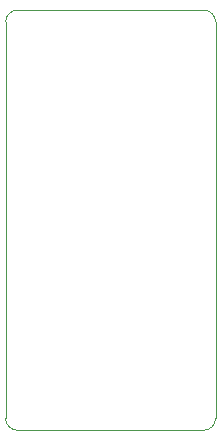
<source format=gbr>
%TF.GenerationSoftware,KiCad,Pcbnew,5.1.9-73d0e3b20d~88~ubuntu20.10.1*%
%TF.CreationDate,2021-03-03T18:54:08-06:00*%
%TF.ProjectId,serafino l432kc,73657261-6669-46e6-9f20-6c3433326b63,rev?*%
%TF.SameCoordinates,Original*%
%TF.FileFunction,Profile,NP*%
%FSLAX46Y46*%
G04 Gerber Fmt 4.6, Leading zero omitted, Abs format (unit mm)*
G04 Created by KiCad (PCBNEW 5.1.9-73d0e3b20d~88~ubuntu20.10.1) date 2021-03-03 18:54:08*
%MOMM*%
%LPD*%
G01*
G04 APERTURE LIST*
%TA.AperFunction,Profile*%
%ADD10C,0.050000*%
%TD*%
G04 APERTURE END LIST*
D10*
X205230000Y-125620000D02*
G75*
G02*
X204230000Y-126620000I-1000000J0D01*
G01*
X188450000Y-126620000D02*
G75*
G02*
X187450000Y-125620000I0J1000000D01*
G01*
X204230000Y-91060000D02*
G75*
G02*
X205230000Y-92060000I0J-1000000D01*
G01*
X187450000Y-92060000D02*
G75*
G02*
X188450000Y-91060000I1000000J0D01*
G01*
X188450000Y-91060000D02*
X204230000Y-91060000D01*
X205230000Y-125620000D02*
X205230000Y-92060000D01*
X188450000Y-126620000D02*
X204230000Y-126620000D01*
X187450000Y-92060000D02*
X187450000Y-125620000D01*
M02*

</source>
